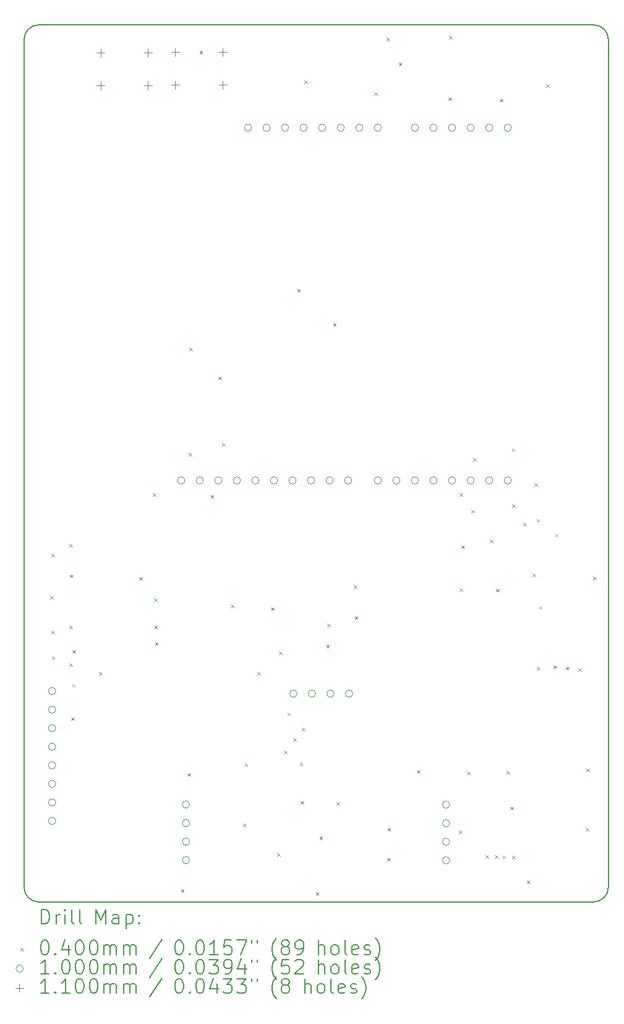
<source format=gbr>
%TF.GenerationSoftware,KiCad,Pcbnew,(7.0.0)*%
%TF.CreationDate,2023-04-22T11:09:56+02:00*%
%TF.ProjectId,PCB KiCad,50434220-4b69-4436-9164-2e6b69636164,rev?*%
%TF.SameCoordinates,Original*%
%TF.FileFunction,Drillmap*%
%TF.FilePolarity,Positive*%
%FSLAX45Y45*%
G04 Gerber Fmt 4.5, Leading zero omitted, Abs format (unit mm)*
G04 Created by KiCad (PCBNEW (7.0.0)) date 2023-04-22 11:09:56*
%MOMM*%
%LPD*%
G01*
G04 APERTURE LIST*
%ADD10C,0.200000*%
%ADD11C,0.040000*%
%ADD12C,0.100000*%
%ADD13C,0.110000*%
G04 APERTURE END LIST*
D10*
X4300000Y-3000000D02*
X4300000Y-14600000D01*
X12300000Y-14600000D02*
X12300000Y-3000000D01*
X12100000Y-14800000D02*
G75*
G03*
X12300000Y-14600000I0J200000D01*
G01*
X12300000Y-3000000D02*
G75*
G03*
X12100000Y-2800000I-200000J0D01*
G01*
X4500000Y-2800000D02*
G75*
G03*
X4300000Y-3000000I0J-200000D01*
G01*
X4500000Y-14800000D02*
X12100000Y-14800000D01*
X4300000Y-14600000D02*
G75*
G03*
X4500000Y-14800000I200000J0D01*
G01*
X12100000Y-2800000D02*
X4500000Y-2800000D01*
D11*
X4661000Y-10613000D02*
X4701000Y-10653000D01*
X4701000Y-10613000D02*
X4661000Y-10653000D01*
X4672000Y-10040000D02*
X4712000Y-10080000D01*
X4712000Y-10040000D02*
X4672000Y-10080000D01*
X4672000Y-11087000D02*
X4712000Y-11127000D01*
X4712000Y-11087000D02*
X4672000Y-11127000D01*
X4680000Y-11439000D02*
X4720000Y-11479000D01*
X4720000Y-11439000D02*
X4680000Y-11479000D01*
X4918000Y-11534000D02*
X4958000Y-11574000D01*
X4958000Y-11534000D02*
X4918000Y-11574000D01*
X4919000Y-11018000D02*
X4959000Y-11058000D01*
X4959000Y-11018000D02*
X4919000Y-11058000D01*
X4921000Y-9901000D02*
X4961000Y-9941000D01*
X4961000Y-9901000D02*
X4921000Y-9941000D01*
X4932000Y-10321000D02*
X4972000Y-10361000D01*
X4972000Y-10321000D02*
X4932000Y-10361000D01*
X4943000Y-12277000D02*
X4983000Y-12317000D01*
X4983000Y-12277000D02*
X4943000Y-12317000D01*
X4958000Y-11821000D02*
X4998000Y-11861000D01*
X4998000Y-11821000D02*
X4958000Y-11861000D01*
X4961000Y-11354000D02*
X5001000Y-11394000D01*
X5001000Y-11354000D02*
X4961000Y-11394000D01*
X5328000Y-11656000D02*
X5368000Y-11696000D01*
X5368000Y-11656000D02*
X5328000Y-11696000D01*
X5877500Y-10355000D02*
X5917500Y-10395000D01*
X5917500Y-10355000D02*
X5877500Y-10395000D01*
X6062000Y-9206000D02*
X6102000Y-9246000D01*
X6102000Y-9206000D02*
X6062000Y-9246000D01*
X6080000Y-10646000D02*
X6120000Y-10686000D01*
X6120000Y-10646000D02*
X6080000Y-10686000D01*
X6085000Y-11022500D02*
X6125000Y-11062500D01*
X6125000Y-11022500D02*
X6085000Y-11062500D01*
X6094000Y-11249000D02*
X6134000Y-11289000D01*
X6134000Y-11249000D02*
X6094000Y-11289000D01*
X6449000Y-14625000D02*
X6489000Y-14665000D01*
X6489000Y-14625000D02*
X6449000Y-14665000D01*
X6536000Y-13039000D02*
X6576000Y-13079000D01*
X6576000Y-13039000D02*
X6536000Y-13079000D01*
X6555000Y-8657000D02*
X6595000Y-8697000D01*
X6595000Y-8657000D02*
X6555000Y-8697000D01*
X6563000Y-7216000D02*
X6603000Y-7256000D01*
X6603000Y-7216000D02*
X6563000Y-7256000D01*
X6703000Y-3155000D02*
X6743000Y-3195000D01*
X6743000Y-3155000D02*
X6703000Y-3195000D01*
X6854000Y-9236000D02*
X6894000Y-9276000D01*
X6894000Y-9236000D02*
X6854000Y-9276000D01*
X6962000Y-7613000D02*
X7002000Y-7653000D01*
X7002000Y-7613000D02*
X6962000Y-7653000D01*
X7014000Y-8523000D02*
X7054000Y-8563000D01*
X7054000Y-8523000D02*
X7014000Y-8563000D01*
X7133000Y-10734000D02*
X7173000Y-10774000D01*
X7173000Y-10734000D02*
X7133000Y-10774000D01*
X7301000Y-13731000D02*
X7341000Y-13771000D01*
X7341000Y-13731000D02*
X7301000Y-13771000D01*
X7320000Y-12904000D02*
X7360000Y-12944000D01*
X7360000Y-12904000D02*
X7320000Y-12944000D01*
X7496000Y-11655000D02*
X7536000Y-11695000D01*
X7536000Y-11655000D02*
X7496000Y-11695000D01*
X7680000Y-10770000D02*
X7720000Y-10810000D01*
X7720000Y-10770000D02*
X7680000Y-10810000D01*
X7763000Y-14133000D02*
X7803000Y-14173000D01*
X7803000Y-14133000D02*
X7763000Y-14173000D01*
X7790000Y-11375000D02*
X7830000Y-11415000D01*
X7830000Y-11375000D02*
X7790000Y-11415000D01*
X7858000Y-12733000D02*
X7898000Y-12773000D01*
X7898000Y-12733000D02*
X7858000Y-12773000D01*
X7904000Y-12210000D02*
X7944000Y-12250000D01*
X7944000Y-12210000D02*
X7904000Y-12250000D01*
X7986000Y-12559000D02*
X8026000Y-12599000D01*
X8026000Y-12559000D02*
X7986000Y-12599000D01*
X8041000Y-6417000D02*
X8081000Y-6457000D01*
X8081000Y-6417000D02*
X8041000Y-6457000D01*
X8074000Y-12896000D02*
X8114000Y-12936000D01*
X8114000Y-12896000D02*
X8074000Y-12936000D01*
X8086000Y-13421000D02*
X8126000Y-13461000D01*
X8126000Y-13421000D02*
X8086000Y-13461000D01*
X8107000Y-12417000D02*
X8147000Y-12457000D01*
X8147000Y-12417000D02*
X8107000Y-12457000D01*
X8135000Y-3560000D02*
X8175000Y-3600000D01*
X8175000Y-3560000D02*
X8135000Y-3600000D01*
X8294000Y-14667000D02*
X8334000Y-14707000D01*
X8334000Y-14667000D02*
X8294000Y-14707000D01*
X8346000Y-13908000D02*
X8386000Y-13948000D01*
X8386000Y-13908000D02*
X8346000Y-13948000D01*
X8437500Y-11285000D02*
X8477500Y-11325000D01*
X8477500Y-11285000D02*
X8437500Y-11325000D01*
X8452000Y-10994000D02*
X8492000Y-11034000D01*
X8492000Y-10994000D02*
X8452000Y-11034000D01*
X8531000Y-6882000D02*
X8571000Y-6922000D01*
X8571000Y-6882000D02*
X8531000Y-6922000D01*
X8579000Y-13434000D02*
X8619000Y-13474000D01*
X8619000Y-13434000D02*
X8579000Y-13474000D01*
X8817000Y-10467000D02*
X8857000Y-10507000D01*
X8857000Y-10467000D02*
X8817000Y-10507000D01*
X8827000Y-10893000D02*
X8867000Y-10933000D01*
X8867000Y-10893000D02*
X8827000Y-10933000D01*
X9093000Y-3720000D02*
X9133000Y-3760000D01*
X9133000Y-3720000D02*
X9093000Y-3760000D01*
X9262000Y-2979000D02*
X9302000Y-3019000D01*
X9302000Y-2979000D02*
X9262000Y-3019000D01*
X9274000Y-14200000D02*
X9314000Y-14240000D01*
X9314000Y-14200000D02*
X9274000Y-14240000D01*
X9277000Y-13789000D02*
X9317000Y-13829000D01*
X9317000Y-13789000D02*
X9277000Y-13829000D01*
X9430000Y-3316000D02*
X9470000Y-3356000D01*
X9470000Y-3316000D02*
X9430000Y-3356000D01*
X9681000Y-12996000D02*
X9721000Y-13036000D01*
X9721000Y-12996000D02*
X9681000Y-13036000D01*
X10113000Y-3794000D02*
X10153000Y-3834000D01*
X10153000Y-3794000D02*
X10113000Y-3834000D01*
X10119000Y-2949000D02*
X10159000Y-2989000D01*
X10159000Y-2949000D02*
X10119000Y-2989000D01*
X10256000Y-13823000D02*
X10296000Y-13863000D01*
X10296000Y-13823000D02*
X10256000Y-13863000D01*
X10262000Y-9206000D02*
X10302000Y-9246000D01*
X10302000Y-9206000D02*
X10262000Y-9246000D01*
X10265000Y-10514000D02*
X10305000Y-10554000D01*
X10305000Y-10514000D02*
X10265000Y-10554000D01*
X10290000Y-9923000D02*
X10330000Y-9963000D01*
X10330000Y-9923000D02*
X10290000Y-9963000D01*
X10366000Y-13020000D02*
X10406000Y-13060000D01*
X10406000Y-13020000D02*
X10366000Y-13060000D01*
X10422000Y-9439000D02*
X10462000Y-9479000D01*
X10462000Y-9439000D02*
X10422000Y-9479000D01*
X10452000Y-8725000D02*
X10492000Y-8765000D01*
X10492000Y-8725000D02*
X10452000Y-8765000D01*
X10620000Y-14160000D02*
X10660000Y-14200000D01*
X10660000Y-14160000D02*
X10620000Y-14200000D01*
X10680000Y-9846000D02*
X10720000Y-9886000D01*
X10720000Y-9846000D02*
X10680000Y-9886000D01*
X10745000Y-14162500D02*
X10785000Y-14202500D01*
X10785000Y-14162500D02*
X10745000Y-14202500D01*
X10763000Y-10516000D02*
X10803000Y-10556000D01*
X10803000Y-10516000D02*
X10763000Y-10556000D01*
X10815000Y-3811000D02*
X10855000Y-3851000D01*
X10855000Y-3811000D02*
X10815000Y-3851000D01*
X10852500Y-14165000D02*
X10892500Y-14205000D01*
X10892500Y-14165000D02*
X10852500Y-14205000D01*
X10906000Y-13011000D02*
X10946000Y-13051000D01*
X10946000Y-13011000D02*
X10906000Y-13051000D01*
X10960000Y-13496000D02*
X11000000Y-13536000D01*
X11000000Y-13496000D02*
X10960000Y-13536000D01*
X10978000Y-8595000D02*
X11018000Y-8635000D01*
X11018000Y-8595000D02*
X10978000Y-8635000D01*
X10982500Y-14167500D02*
X11022500Y-14207500D01*
X11022500Y-14167500D02*
X10982500Y-14207500D01*
X10985000Y-9361000D02*
X11025000Y-9401000D01*
X11025000Y-9361000D02*
X10985000Y-9401000D01*
X11136000Y-9614000D02*
X11176000Y-9654000D01*
X11176000Y-9614000D02*
X11136000Y-9654000D01*
X11181000Y-14508000D02*
X11221000Y-14548000D01*
X11221000Y-14508000D02*
X11181000Y-14548000D01*
X11262000Y-10310000D02*
X11302000Y-10350000D01*
X11302000Y-10310000D02*
X11262000Y-10350000D01*
X11290000Y-9075000D02*
X11330000Y-9115000D01*
X11330000Y-9075000D02*
X11290000Y-9115000D01*
X11318000Y-9559000D02*
X11358000Y-9599000D01*
X11358000Y-9559000D02*
X11318000Y-9599000D01*
X11324000Y-11585000D02*
X11364000Y-11625000D01*
X11364000Y-11585000D02*
X11324000Y-11625000D01*
X11350000Y-10754000D02*
X11390000Y-10794000D01*
X11390000Y-10754000D02*
X11350000Y-10794000D01*
X11450000Y-3612000D02*
X11490000Y-3652000D01*
X11490000Y-3612000D02*
X11450000Y-3652000D01*
X11547000Y-11567000D02*
X11587000Y-11607000D01*
X11587000Y-11567000D02*
X11547000Y-11607000D01*
X11570000Y-9763000D02*
X11610000Y-9803000D01*
X11610000Y-9763000D02*
X11570000Y-9803000D01*
X11721000Y-11583000D02*
X11761000Y-11623000D01*
X11761000Y-11583000D02*
X11721000Y-11623000D01*
X11891000Y-11603000D02*
X11931000Y-11643000D01*
X11931000Y-11603000D02*
X11891000Y-11643000D01*
X11991000Y-13789000D02*
X12031000Y-13829000D01*
X12031000Y-13789000D02*
X11991000Y-13829000D01*
X11999000Y-12974000D02*
X12039000Y-13014000D01*
X12039000Y-12974000D02*
X11999000Y-13014000D01*
X12092000Y-10352000D02*
X12132000Y-10392000D01*
X12132000Y-10352000D02*
X12092000Y-10392000D01*
D12*
X4735000Y-11915000D02*
G75*
G03*
X4735000Y-11915000I-50000J0D01*
G01*
X4735000Y-12169000D02*
G75*
G03*
X4735000Y-12169000I-50000J0D01*
G01*
X4735000Y-12423000D02*
G75*
G03*
X4735000Y-12423000I-50000J0D01*
G01*
X4735000Y-12677000D02*
G75*
G03*
X4735000Y-12677000I-50000J0D01*
G01*
X4735000Y-12931000D02*
G75*
G03*
X4735000Y-12931000I-50000J0D01*
G01*
X4735000Y-13185000D02*
G75*
G03*
X4735000Y-13185000I-50000J0D01*
G01*
X4735000Y-13439000D02*
G75*
G03*
X4735000Y-13439000I-50000J0D01*
G01*
X4735000Y-13693000D02*
G75*
G03*
X4735000Y-13693000I-50000J0D01*
G01*
X6501500Y-9033000D02*
G75*
G03*
X6501500Y-9033000I-50000J0D01*
G01*
X6566776Y-13467224D02*
G75*
G03*
X6566776Y-13467224I-50000J0D01*
G01*
X6566776Y-13721224D02*
G75*
G03*
X6566776Y-13721224I-50000J0D01*
G01*
X6566776Y-13975224D02*
G75*
G03*
X6566776Y-13975224I-50000J0D01*
G01*
X6566776Y-14229224D02*
G75*
G03*
X6566776Y-14229224I-50000J0D01*
G01*
X6755500Y-9033000D02*
G75*
G03*
X6755500Y-9033000I-50000J0D01*
G01*
X7009500Y-9033000D02*
G75*
G03*
X7009500Y-9033000I-50000J0D01*
G01*
X7263500Y-9033000D02*
G75*
G03*
X7263500Y-9033000I-50000J0D01*
G01*
X7415500Y-4207000D02*
G75*
G03*
X7415500Y-4207000I-50000J0D01*
G01*
X7517500Y-9033000D02*
G75*
G03*
X7517500Y-9033000I-50000J0D01*
G01*
X7669500Y-4207000D02*
G75*
G03*
X7669500Y-4207000I-50000J0D01*
G01*
X7771500Y-9033000D02*
G75*
G03*
X7771500Y-9033000I-50000J0D01*
G01*
X7923500Y-4207000D02*
G75*
G03*
X7923500Y-4207000I-50000J0D01*
G01*
X8025500Y-9033000D02*
G75*
G03*
X8025500Y-9033000I-50000J0D01*
G01*
X8038000Y-11950000D02*
G75*
G03*
X8038000Y-11950000I-50000J0D01*
G01*
X8177500Y-4207000D02*
G75*
G03*
X8177500Y-4207000I-50000J0D01*
G01*
X8279500Y-9033000D02*
G75*
G03*
X8279500Y-9033000I-50000J0D01*
G01*
X8292000Y-11950000D02*
G75*
G03*
X8292000Y-11950000I-50000J0D01*
G01*
X8431500Y-4207000D02*
G75*
G03*
X8431500Y-4207000I-50000J0D01*
G01*
X8533500Y-9033000D02*
G75*
G03*
X8533500Y-9033000I-50000J0D01*
G01*
X8546000Y-11950000D02*
G75*
G03*
X8546000Y-11950000I-50000J0D01*
G01*
X8685500Y-4207000D02*
G75*
G03*
X8685500Y-4207000I-50000J0D01*
G01*
X8787500Y-9033000D02*
G75*
G03*
X8787500Y-9033000I-50000J0D01*
G01*
X8800000Y-11950000D02*
G75*
G03*
X8800000Y-11950000I-50000J0D01*
G01*
X8939500Y-4207000D02*
G75*
G03*
X8939500Y-4207000I-50000J0D01*
G01*
X9193500Y-4207000D02*
G75*
G03*
X9193500Y-4207000I-50000J0D01*
G01*
X9193500Y-9033000D02*
G75*
G03*
X9193500Y-9033000I-50000J0D01*
G01*
X9447500Y-9033000D02*
G75*
G03*
X9447500Y-9033000I-50000J0D01*
G01*
X9701500Y-4207000D02*
G75*
G03*
X9701500Y-4207000I-50000J0D01*
G01*
X9701500Y-9033000D02*
G75*
G03*
X9701500Y-9033000I-50000J0D01*
G01*
X9955500Y-4207000D02*
G75*
G03*
X9955500Y-4207000I-50000J0D01*
G01*
X9955500Y-9033000D02*
G75*
G03*
X9955500Y-9033000I-50000J0D01*
G01*
X10126776Y-13469224D02*
G75*
G03*
X10126776Y-13469224I-50000J0D01*
G01*
X10126776Y-13723224D02*
G75*
G03*
X10126776Y-13723224I-50000J0D01*
G01*
X10126776Y-13977224D02*
G75*
G03*
X10126776Y-13977224I-50000J0D01*
G01*
X10126776Y-14231224D02*
G75*
G03*
X10126776Y-14231224I-50000J0D01*
G01*
X10209500Y-4207000D02*
G75*
G03*
X10209500Y-4207000I-50000J0D01*
G01*
X10209500Y-9033000D02*
G75*
G03*
X10209500Y-9033000I-50000J0D01*
G01*
X10463500Y-4207000D02*
G75*
G03*
X10463500Y-4207000I-50000J0D01*
G01*
X10463500Y-9033000D02*
G75*
G03*
X10463500Y-9033000I-50000J0D01*
G01*
X10717500Y-4207000D02*
G75*
G03*
X10717500Y-4207000I-50000J0D01*
G01*
X10717500Y-9033000D02*
G75*
G03*
X10717500Y-9033000I-50000J0D01*
G01*
X10971500Y-4207000D02*
G75*
G03*
X10971500Y-4207000I-50000J0D01*
G01*
X10971500Y-9033000D02*
G75*
G03*
X10971500Y-9033000I-50000J0D01*
G01*
D13*
X5347500Y-3125000D02*
X5347500Y-3235000D01*
X5292500Y-3180000D02*
X5402500Y-3180000D01*
X5347500Y-3575000D02*
X5347500Y-3685000D01*
X5292500Y-3630000D02*
X5402500Y-3630000D01*
X5997500Y-3125000D02*
X5997500Y-3235000D01*
X5942500Y-3180000D02*
X6052500Y-3180000D01*
X5997500Y-3575000D02*
X5997500Y-3685000D01*
X5942500Y-3630000D02*
X6052500Y-3630000D01*
X6370000Y-3117500D02*
X6370000Y-3227500D01*
X6315000Y-3172500D02*
X6425000Y-3172500D01*
X6370000Y-3567500D02*
X6370000Y-3677500D01*
X6315000Y-3622500D02*
X6425000Y-3622500D01*
X7020000Y-3117500D02*
X7020000Y-3227500D01*
X6965000Y-3172500D02*
X7075000Y-3172500D01*
X7020000Y-3567500D02*
X7020000Y-3677500D01*
X6965000Y-3622500D02*
X7075000Y-3622500D01*
D10*
X4537619Y-15103476D02*
X4537619Y-14903476D01*
X4537619Y-14903476D02*
X4585238Y-14903476D01*
X4585238Y-14903476D02*
X4613810Y-14913000D01*
X4613810Y-14913000D02*
X4632857Y-14932048D01*
X4632857Y-14932048D02*
X4642381Y-14951095D01*
X4642381Y-14951095D02*
X4651905Y-14989190D01*
X4651905Y-14989190D02*
X4651905Y-15017762D01*
X4651905Y-15017762D02*
X4642381Y-15055857D01*
X4642381Y-15055857D02*
X4632857Y-15074905D01*
X4632857Y-15074905D02*
X4613810Y-15093952D01*
X4613810Y-15093952D02*
X4585238Y-15103476D01*
X4585238Y-15103476D02*
X4537619Y-15103476D01*
X4737619Y-15103476D02*
X4737619Y-14970143D01*
X4737619Y-15008238D02*
X4747143Y-14989190D01*
X4747143Y-14989190D02*
X4756667Y-14979667D01*
X4756667Y-14979667D02*
X4775714Y-14970143D01*
X4775714Y-14970143D02*
X4794762Y-14970143D01*
X4861429Y-15103476D02*
X4861429Y-14970143D01*
X4861429Y-14903476D02*
X4851905Y-14913000D01*
X4851905Y-14913000D02*
X4861429Y-14922524D01*
X4861429Y-14922524D02*
X4870952Y-14913000D01*
X4870952Y-14913000D02*
X4861429Y-14903476D01*
X4861429Y-14903476D02*
X4861429Y-14922524D01*
X4985238Y-15103476D02*
X4966191Y-15093952D01*
X4966191Y-15093952D02*
X4956667Y-15074905D01*
X4956667Y-15074905D02*
X4956667Y-14903476D01*
X5090000Y-15103476D02*
X5070952Y-15093952D01*
X5070952Y-15093952D02*
X5061429Y-15074905D01*
X5061429Y-15074905D02*
X5061429Y-14903476D01*
X5286191Y-15103476D02*
X5286191Y-14903476D01*
X5286191Y-14903476D02*
X5352857Y-15046333D01*
X5352857Y-15046333D02*
X5419524Y-14903476D01*
X5419524Y-14903476D02*
X5419524Y-15103476D01*
X5600476Y-15103476D02*
X5600476Y-14998714D01*
X5600476Y-14998714D02*
X5590952Y-14979667D01*
X5590952Y-14979667D02*
X5571905Y-14970143D01*
X5571905Y-14970143D02*
X5533810Y-14970143D01*
X5533810Y-14970143D02*
X5514762Y-14979667D01*
X5600476Y-15093952D02*
X5581429Y-15103476D01*
X5581429Y-15103476D02*
X5533810Y-15103476D01*
X5533810Y-15103476D02*
X5514762Y-15093952D01*
X5514762Y-15093952D02*
X5505238Y-15074905D01*
X5505238Y-15074905D02*
X5505238Y-15055857D01*
X5505238Y-15055857D02*
X5514762Y-15036810D01*
X5514762Y-15036810D02*
X5533810Y-15027286D01*
X5533810Y-15027286D02*
X5581429Y-15027286D01*
X5581429Y-15027286D02*
X5600476Y-15017762D01*
X5695714Y-14970143D02*
X5695714Y-15170143D01*
X5695714Y-14979667D02*
X5714762Y-14970143D01*
X5714762Y-14970143D02*
X5752857Y-14970143D01*
X5752857Y-14970143D02*
X5771905Y-14979667D01*
X5771905Y-14979667D02*
X5781429Y-14989190D01*
X5781429Y-14989190D02*
X5790952Y-15008238D01*
X5790952Y-15008238D02*
X5790952Y-15065381D01*
X5790952Y-15065381D02*
X5781429Y-15084429D01*
X5781429Y-15084429D02*
X5771905Y-15093952D01*
X5771905Y-15093952D02*
X5752857Y-15103476D01*
X5752857Y-15103476D02*
X5714762Y-15103476D01*
X5714762Y-15103476D02*
X5695714Y-15093952D01*
X5876667Y-15084429D02*
X5886190Y-15093952D01*
X5886190Y-15093952D02*
X5876667Y-15103476D01*
X5876667Y-15103476D02*
X5867143Y-15093952D01*
X5867143Y-15093952D02*
X5876667Y-15084429D01*
X5876667Y-15084429D02*
X5876667Y-15103476D01*
X5876667Y-14979667D02*
X5886190Y-14989190D01*
X5886190Y-14989190D02*
X5876667Y-14998714D01*
X5876667Y-14998714D02*
X5867143Y-14989190D01*
X5867143Y-14989190D02*
X5876667Y-14979667D01*
X5876667Y-14979667D02*
X5876667Y-14998714D01*
D11*
X4250000Y-15430000D02*
X4290000Y-15470000D01*
X4290000Y-15430000D02*
X4250000Y-15470000D01*
D10*
X4575714Y-15323476D02*
X4594762Y-15323476D01*
X4594762Y-15323476D02*
X4613810Y-15333000D01*
X4613810Y-15333000D02*
X4623333Y-15342524D01*
X4623333Y-15342524D02*
X4632857Y-15361571D01*
X4632857Y-15361571D02*
X4642381Y-15399667D01*
X4642381Y-15399667D02*
X4642381Y-15447286D01*
X4642381Y-15447286D02*
X4632857Y-15485381D01*
X4632857Y-15485381D02*
X4623333Y-15504429D01*
X4623333Y-15504429D02*
X4613810Y-15513952D01*
X4613810Y-15513952D02*
X4594762Y-15523476D01*
X4594762Y-15523476D02*
X4575714Y-15523476D01*
X4575714Y-15523476D02*
X4556667Y-15513952D01*
X4556667Y-15513952D02*
X4547143Y-15504429D01*
X4547143Y-15504429D02*
X4537619Y-15485381D01*
X4537619Y-15485381D02*
X4528095Y-15447286D01*
X4528095Y-15447286D02*
X4528095Y-15399667D01*
X4528095Y-15399667D02*
X4537619Y-15361571D01*
X4537619Y-15361571D02*
X4547143Y-15342524D01*
X4547143Y-15342524D02*
X4556667Y-15333000D01*
X4556667Y-15333000D02*
X4575714Y-15323476D01*
X4728095Y-15504429D02*
X4737619Y-15513952D01*
X4737619Y-15513952D02*
X4728095Y-15523476D01*
X4728095Y-15523476D02*
X4718572Y-15513952D01*
X4718572Y-15513952D02*
X4728095Y-15504429D01*
X4728095Y-15504429D02*
X4728095Y-15523476D01*
X4909048Y-15390143D02*
X4909048Y-15523476D01*
X4861429Y-15313952D02*
X4813810Y-15456810D01*
X4813810Y-15456810D02*
X4937619Y-15456810D01*
X5051905Y-15323476D02*
X5070953Y-15323476D01*
X5070953Y-15323476D02*
X5090000Y-15333000D01*
X5090000Y-15333000D02*
X5099524Y-15342524D01*
X5099524Y-15342524D02*
X5109048Y-15361571D01*
X5109048Y-15361571D02*
X5118572Y-15399667D01*
X5118572Y-15399667D02*
X5118572Y-15447286D01*
X5118572Y-15447286D02*
X5109048Y-15485381D01*
X5109048Y-15485381D02*
X5099524Y-15504429D01*
X5099524Y-15504429D02*
X5090000Y-15513952D01*
X5090000Y-15513952D02*
X5070953Y-15523476D01*
X5070953Y-15523476D02*
X5051905Y-15523476D01*
X5051905Y-15523476D02*
X5032857Y-15513952D01*
X5032857Y-15513952D02*
X5023333Y-15504429D01*
X5023333Y-15504429D02*
X5013810Y-15485381D01*
X5013810Y-15485381D02*
X5004286Y-15447286D01*
X5004286Y-15447286D02*
X5004286Y-15399667D01*
X5004286Y-15399667D02*
X5013810Y-15361571D01*
X5013810Y-15361571D02*
X5023333Y-15342524D01*
X5023333Y-15342524D02*
X5032857Y-15333000D01*
X5032857Y-15333000D02*
X5051905Y-15323476D01*
X5242381Y-15323476D02*
X5261429Y-15323476D01*
X5261429Y-15323476D02*
X5280476Y-15333000D01*
X5280476Y-15333000D02*
X5290000Y-15342524D01*
X5290000Y-15342524D02*
X5299524Y-15361571D01*
X5299524Y-15361571D02*
X5309048Y-15399667D01*
X5309048Y-15399667D02*
X5309048Y-15447286D01*
X5309048Y-15447286D02*
X5299524Y-15485381D01*
X5299524Y-15485381D02*
X5290000Y-15504429D01*
X5290000Y-15504429D02*
X5280476Y-15513952D01*
X5280476Y-15513952D02*
X5261429Y-15523476D01*
X5261429Y-15523476D02*
X5242381Y-15523476D01*
X5242381Y-15523476D02*
X5223333Y-15513952D01*
X5223333Y-15513952D02*
X5213810Y-15504429D01*
X5213810Y-15504429D02*
X5204286Y-15485381D01*
X5204286Y-15485381D02*
X5194762Y-15447286D01*
X5194762Y-15447286D02*
X5194762Y-15399667D01*
X5194762Y-15399667D02*
X5204286Y-15361571D01*
X5204286Y-15361571D02*
X5213810Y-15342524D01*
X5213810Y-15342524D02*
X5223333Y-15333000D01*
X5223333Y-15333000D02*
X5242381Y-15323476D01*
X5394762Y-15523476D02*
X5394762Y-15390143D01*
X5394762Y-15409190D02*
X5404286Y-15399667D01*
X5404286Y-15399667D02*
X5423333Y-15390143D01*
X5423333Y-15390143D02*
X5451905Y-15390143D01*
X5451905Y-15390143D02*
X5470953Y-15399667D01*
X5470953Y-15399667D02*
X5480476Y-15418714D01*
X5480476Y-15418714D02*
X5480476Y-15523476D01*
X5480476Y-15418714D02*
X5490000Y-15399667D01*
X5490000Y-15399667D02*
X5509048Y-15390143D01*
X5509048Y-15390143D02*
X5537619Y-15390143D01*
X5537619Y-15390143D02*
X5556667Y-15399667D01*
X5556667Y-15399667D02*
X5566191Y-15418714D01*
X5566191Y-15418714D02*
X5566191Y-15523476D01*
X5661429Y-15523476D02*
X5661429Y-15390143D01*
X5661429Y-15409190D02*
X5670952Y-15399667D01*
X5670952Y-15399667D02*
X5690000Y-15390143D01*
X5690000Y-15390143D02*
X5718572Y-15390143D01*
X5718572Y-15390143D02*
X5737619Y-15399667D01*
X5737619Y-15399667D02*
X5747143Y-15418714D01*
X5747143Y-15418714D02*
X5747143Y-15523476D01*
X5747143Y-15418714D02*
X5756667Y-15399667D01*
X5756667Y-15399667D02*
X5775714Y-15390143D01*
X5775714Y-15390143D02*
X5804286Y-15390143D01*
X5804286Y-15390143D02*
X5823333Y-15399667D01*
X5823333Y-15399667D02*
X5832857Y-15418714D01*
X5832857Y-15418714D02*
X5832857Y-15523476D01*
X6190952Y-15313952D02*
X6019524Y-15571095D01*
X6415714Y-15323476D02*
X6434762Y-15323476D01*
X6434762Y-15323476D02*
X6453810Y-15333000D01*
X6453810Y-15333000D02*
X6463333Y-15342524D01*
X6463333Y-15342524D02*
X6472857Y-15361571D01*
X6472857Y-15361571D02*
X6482381Y-15399667D01*
X6482381Y-15399667D02*
X6482381Y-15447286D01*
X6482381Y-15447286D02*
X6472857Y-15485381D01*
X6472857Y-15485381D02*
X6463333Y-15504429D01*
X6463333Y-15504429D02*
X6453810Y-15513952D01*
X6453810Y-15513952D02*
X6434762Y-15523476D01*
X6434762Y-15523476D02*
X6415714Y-15523476D01*
X6415714Y-15523476D02*
X6396667Y-15513952D01*
X6396667Y-15513952D02*
X6387143Y-15504429D01*
X6387143Y-15504429D02*
X6377619Y-15485381D01*
X6377619Y-15485381D02*
X6368095Y-15447286D01*
X6368095Y-15447286D02*
X6368095Y-15399667D01*
X6368095Y-15399667D02*
X6377619Y-15361571D01*
X6377619Y-15361571D02*
X6387143Y-15342524D01*
X6387143Y-15342524D02*
X6396667Y-15333000D01*
X6396667Y-15333000D02*
X6415714Y-15323476D01*
X6568095Y-15504429D02*
X6577619Y-15513952D01*
X6577619Y-15513952D02*
X6568095Y-15523476D01*
X6568095Y-15523476D02*
X6558572Y-15513952D01*
X6558572Y-15513952D02*
X6568095Y-15504429D01*
X6568095Y-15504429D02*
X6568095Y-15523476D01*
X6701429Y-15323476D02*
X6720476Y-15323476D01*
X6720476Y-15323476D02*
X6739524Y-15333000D01*
X6739524Y-15333000D02*
X6749048Y-15342524D01*
X6749048Y-15342524D02*
X6758572Y-15361571D01*
X6758572Y-15361571D02*
X6768095Y-15399667D01*
X6768095Y-15399667D02*
X6768095Y-15447286D01*
X6768095Y-15447286D02*
X6758572Y-15485381D01*
X6758572Y-15485381D02*
X6749048Y-15504429D01*
X6749048Y-15504429D02*
X6739524Y-15513952D01*
X6739524Y-15513952D02*
X6720476Y-15523476D01*
X6720476Y-15523476D02*
X6701429Y-15523476D01*
X6701429Y-15523476D02*
X6682381Y-15513952D01*
X6682381Y-15513952D02*
X6672857Y-15504429D01*
X6672857Y-15504429D02*
X6663333Y-15485381D01*
X6663333Y-15485381D02*
X6653810Y-15447286D01*
X6653810Y-15447286D02*
X6653810Y-15399667D01*
X6653810Y-15399667D02*
X6663333Y-15361571D01*
X6663333Y-15361571D02*
X6672857Y-15342524D01*
X6672857Y-15342524D02*
X6682381Y-15333000D01*
X6682381Y-15333000D02*
X6701429Y-15323476D01*
X6958572Y-15523476D02*
X6844286Y-15523476D01*
X6901429Y-15523476D02*
X6901429Y-15323476D01*
X6901429Y-15323476D02*
X6882381Y-15352048D01*
X6882381Y-15352048D02*
X6863333Y-15371095D01*
X6863333Y-15371095D02*
X6844286Y-15380619D01*
X7139524Y-15323476D02*
X7044286Y-15323476D01*
X7044286Y-15323476D02*
X7034762Y-15418714D01*
X7034762Y-15418714D02*
X7044286Y-15409190D01*
X7044286Y-15409190D02*
X7063333Y-15399667D01*
X7063333Y-15399667D02*
X7110953Y-15399667D01*
X7110953Y-15399667D02*
X7130000Y-15409190D01*
X7130000Y-15409190D02*
X7139524Y-15418714D01*
X7139524Y-15418714D02*
X7149048Y-15437762D01*
X7149048Y-15437762D02*
X7149048Y-15485381D01*
X7149048Y-15485381D02*
X7139524Y-15504429D01*
X7139524Y-15504429D02*
X7130000Y-15513952D01*
X7130000Y-15513952D02*
X7110953Y-15523476D01*
X7110953Y-15523476D02*
X7063333Y-15523476D01*
X7063333Y-15523476D02*
X7044286Y-15513952D01*
X7044286Y-15513952D02*
X7034762Y-15504429D01*
X7215714Y-15323476D02*
X7349048Y-15323476D01*
X7349048Y-15323476D02*
X7263333Y-15523476D01*
X7415714Y-15323476D02*
X7415714Y-15361571D01*
X7491905Y-15323476D02*
X7491905Y-15361571D01*
X7754762Y-15599667D02*
X7745238Y-15590143D01*
X7745238Y-15590143D02*
X7726191Y-15561571D01*
X7726191Y-15561571D02*
X7716667Y-15542524D01*
X7716667Y-15542524D02*
X7707143Y-15513952D01*
X7707143Y-15513952D02*
X7697619Y-15466333D01*
X7697619Y-15466333D02*
X7697619Y-15428238D01*
X7697619Y-15428238D02*
X7707143Y-15380619D01*
X7707143Y-15380619D02*
X7716667Y-15352048D01*
X7716667Y-15352048D02*
X7726191Y-15333000D01*
X7726191Y-15333000D02*
X7745238Y-15304429D01*
X7745238Y-15304429D02*
X7754762Y-15294905D01*
X7859524Y-15409190D02*
X7840476Y-15399667D01*
X7840476Y-15399667D02*
X7830953Y-15390143D01*
X7830953Y-15390143D02*
X7821429Y-15371095D01*
X7821429Y-15371095D02*
X7821429Y-15361571D01*
X7821429Y-15361571D02*
X7830953Y-15342524D01*
X7830953Y-15342524D02*
X7840476Y-15333000D01*
X7840476Y-15333000D02*
X7859524Y-15323476D01*
X7859524Y-15323476D02*
X7897619Y-15323476D01*
X7897619Y-15323476D02*
X7916667Y-15333000D01*
X7916667Y-15333000D02*
X7926191Y-15342524D01*
X7926191Y-15342524D02*
X7935714Y-15361571D01*
X7935714Y-15361571D02*
X7935714Y-15371095D01*
X7935714Y-15371095D02*
X7926191Y-15390143D01*
X7926191Y-15390143D02*
X7916667Y-15399667D01*
X7916667Y-15399667D02*
X7897619Y-15409190D01*
X7897619Y-15409190D02*
X7859524Y-15409190D01*
X7859524Y-15409190D02*
X7840476Y-15418714D01*
X7840476Y-15418714D02*
X7830953Y-15428238D01*
X7830953Y-15428238D02*
X7821429Y-15447286D01*
X7821429Y-15447286D02*
X7821429Y-15485381D01*
X7821429Y-15485381D02*
X7830953Y-15504429D01*
X7830953Y-15504429D02*
X7840476Y-15513952D01*
X7840476Y-15513952D02*
X7859524Y-15523476D01*
X7859524Y-15523476D02*
X7897619Y-15523476D01*
X7897619Y-15523476D02*
X7916667Y-15513952D01*
X7916667Y-15513952D02*
X7926191Y-15504429D01*
X7926191Y-15504429D02*
X7935714Y-15485381D01*
X7935714Y-15485381D02*
X7935714Y-15447286D01*
X7935714Y-15447286D02*
X7926191Y-15428238D01*
X7926191Y-15428238D02*
X7916667Y-15418714D01*
X7916667Y-15418714D02*
X7897619Y-15409190D01*
X8030953Y-15523476D02*
X8069048Y-15523476D01*
X8069048Y-15523476D02*
X8088095Y-15513952D01*
X8088095Y-15513952D02*
X8097619Y-15504429D01*
X8097619Y-15504429D02*
X8116667Y-15475857D01*
X8116667Y-15475857D02*
X8126191Y-15437762D01*
X8126191Y-15437762D02*
X8126191Y-15361571D01*
X8126191Y-15361571D02*
X8116667Y-15342524D01*
X8116667Y-15342524D02*
X8107143Y-15333000D01*
X8107143Y-15333000D02*
X8088095Y-15323476D01*
X8088095Y-15323476D02*
X8050000Y-15323476D01*
X8050000Y-15323476D02*
X8030953Y-15333000D01*
X8030953Y-15333000D02*
X8021429Y-15342524D01*
X8021429Y-15342524D02*
X8011905Y-15361571D01*
X8011905Y-15361571D02*
X8011905Y-15409190D01*
X8011905Y-15409190D02*
X8021429Y-15428238D01*
X8021429Y-15428238D02*
X8030953Y-15437762D01*
X8030953Y-15437762D02*
X8050000Y-15447286D01*
X8050000Y-15447286D02*
X8088095Y-15447286D01*
X8088095Y-15447286D02*
X8107143Y-15437762D01*
X8107143Y-15437762D02*
X8116667Y-15428238D01*
X8116667Y-15428238D02*
X8126191Y-15409190D01*
X8331905Y-15523476D02*
X8331905Y-15323476D01*
X8417619Y-15523476D02*
X8417619Y-15418714D01*
X8417619Y-15418714D02*
X8408096Y-15399667D01*
X8408096Y-15399667D02*
X8389048Y-15390143D01*
X8389048Y-15390143D02*
X8360476Y-15390143D01*
X8360476Y-15390143D02*
X8341429Y-15399667D01*
X8341429Y-15399667D02*
X8331905Y-15409190D01*
X8541429Y-15523476D02*
X8522381Y-15513952D01*
X8522381Y-15513952D02*
X8512857Y-15504429D01*
X8512857Y-15504429D02*
X8503334Y-15485381D01*
X8503334Y-15485381D02*
X8503334Y-15428238D01*
X8503334Y-15428238D02*
X8512857Y-15409190D01*
X8512857Y-15409190D02*
X8522381Y-15399667D01*
X8522381Y-15399667D02*
X8541429Y-15390143D01*
X8541429Y-15390143D02*
X8570000Y-15390143D01*
X8570000Y-15390143D02*
X8589048Y-15399667D01*
X8589048Y-15399667D02*
X8598572Y-15409190D01*
X8598572Y-15409190D02*
X8608096Y-15428238D01*
X8608096Y-15428238D02*
X8608096Y-15485381D01*
X8608096Y-15485381D02*
X8598572Y-15504429D01*
X8598572Y-15504429D02*
X8589048Y-15513952D01*
X8589048Y-15513952D02*
X8570000Y-15523476D01*
X8570000Y-15523476D02*
X8541429Y-15523476D01*
X8722381Y-15523476D02*
X8703334Y-15513952D01*
X8703334Y-15513952D02*
X8693810Y-15494905D01*
X8693810Y-15494905D02*
X8693810Y-15323476D01*
X8874762Y-15513952D02*
X8855715Y-15523476D01*
X8855715Y-15523476D02*
X8817619Y-15523476D01*
X8817619Y-15523476D02*
X8798572Y-15513952D01*
X8798572Y-15513952D02*
X8789048Y-15494905D01*
X8789048Y-15494905D02*
X8789048Y-15418714D01*
X8789048Y-15418714D02*
X8798572Y-15399667D01*
X8798572Y-15399667D02*
X8817619Y-15390143D01*
X8817619Y-15390143D02*
X8855715Y-15390143D01*
X8855715Y-15390143D02*
X8874762Y-15399667D01*
X8874762Y-15399667D02*
X8884286Y-15418714D01*
X8884286Y-15418714D02*
X8884286Y-15437762D01*
X8884286Y-15437762D02*
X8789048Y-15456810D01*
X8960477Y-15513952D02*
X8979524Y-15523476D01*
X8979524Y-15523476D02*
X9017619Y-15523476D01*
X9017619Y-15523476D02*
X9036667Y-15513952D01*
X9036667Y-15513952D02*
X9046191Y-15494905D01*
X9046191Y-15494905D02*
X9046191Y-15485381D01*
X9046191Y-15485381D02*
X9036667Y-15466333D01*
X9036667Y-15466333D02*
X9017619Y-15456810D01*
X9017619Y-15456810D02*
X8989048Y-15456810D01*
X8989048Y-15456810D02*
X8970000Y-15447286D01*
X8970000Y-15447286D02*
X8960477Y-15428238D01*
X8960477Y-15428238D02*
X8960477Y-15418714D01*
X8960477Y-15418714D02*
X8970000Y-15399667D01*
X8970000Y-15399667D02*
X8989048Y-15390143D01*
X8989048Y-15390143D02*
X9017619Y-15390143D01*
X9017619Y-15390143D02*
X9036667Y-15399667D01*
X9112858Y-15599667D02*
X9122381Y-15590143D01*
X9122381Y-15590143D02*
X9141429Y-15561571D01*
X9141429Y-15561571D02*
X9150953Y-15542524D01*
X9150953Y-15542524D02*
X9160477Y-15513952D01*
X9160477Y-15513952D02*
X9170000Y-15466333D01*
X9170000Y-15466333D02*
X9170000Y-15428238D01*
X9170000Y-15428238D02*
X9160477Y-15380619D01*
X9160477Y-15380619D02*
X9150953Y-15352048D01*
X9150953Y-15352048D02*
X9141429Y-15333000D01*
X9141429Y-15333000D02*
X9122381Y-15304429D01*
X9122381Y-15304429D02*
X9112858Y-15294905D01*
D12*
X4290000Y-15714000D02*
G75*
G03*
X4290000Y-15714000I-50000J0D01*
G01*
D10*
X4642381Y-15787476D02*
X4528095Y-15787476D01*
X4585238Y-15787476D02*
X4585238Y-15587476D01*
X4585238Y-15587476D02*
X4566191Y-15616048D01*
X4566191Y-15616048D02*
X4547143Y-15635095D01*
X4547143Y-15635095D02*
X4528095Y-15644619D01*
X4728095Y-15768429D02*
X4737619Y-15777952D01*
X4737619Y-15777952D02*
X4728095Y-15787476D01*
X4728095Y-15787476D02*
X4718572Y-15777952D01*
X4718572Y-15777952D02*
X4728095Y-15768429D01*
X4728095Y-15768429D02*
X4728095Y-15787476D01*
X4861429Y-15587476D02*
X4880476Y-15587476D01*
X4880476Y-15587476D02*
X4899524Y-15597000D01*
X4899524Y-15597000D02*
X4909048Y-15606524D01*
X4909048Y-15606524D02*
X4918572Y-15625571D01*
X4918572Y-15625571D02*
X4928095Y-15663667D01*
X4928095Y-15663667D02*
X4928095Y-15711286D01*
X4928095Y-15711286D02*
X4918572Y-15749381D01*
X4918572Y-15749381D02*
X4909048Y-15768429D01*
X4909048Y-15768429D02*
X4899524Y-15777952D01*
X4899524Y-15777952D02*
X4880476Y-15787476D01*
X4880476Y-15787476D02*
X4861429Y-15787476D01*
X4861429Y-15787476D02*
X4842381Y-15777952D01*
X4842381Y-15777952D02*
X4832857Y-15768429D01*
X4832857Y-15768429D02*
X4823333Y-15749381D01*
X4823333Y-15749381D02*
X4813810Y-15711286D01*
X4813810Y-15711286D02*
X4813810Y-15663667D01*
X4813810Y-15663667D02*
X4823333Y-15625571D01*
X4823333Y-15625571D02*
X4832857Y-15606524D01*
X4832857Y-15606524D02*
X4842381Y-15597000D01*
X4842381Y-15597000D02*
X4861429Y-15587476D01*
X5051905Y-15587476D02*
X5070953Y-15587476D01*
X5070953Y-15587476D02*
X5090000Y-15597000D01*
X5090000Y-15597000D02*
X5099524Y-15606524D01*
X5099524Y-15606524D02*
X5109048Y-15625571D01*
X5109048Y-15625571D02*
X5118572Y-15663667D01*
X5118572Y-15663667D02*
X5118572Y-15711286D01*
X5118572Y-15711286D02*
X5109048Y-15749381D01*
X5109048Y-15749381D02*
X5099524Y-15768429D01*
X5099524Y-15768429D02*
X5090000Y-15777952D01*
X5090000Y-15777952D02*
X5070953Y-15787476D01*
X5070953Y-15787476D02*
X5051905Y-15787476D01*
X5051905Y-15787476D02*
X5032857Y-15777952D01*
X5032857Y-15777952D02*
X5023333Y-15768429D01*
X5023333Y-15768429D02*
X5013810Y-15749381D01*
X5013810Y-15749381D02*
X5004286Y-15711286D01*
X5004286Y-15711286D02*
X5004286Y-15663667D01*
X5004286Y-15663667D02*
X5013810Y-15625571D01*
X5013810Y-15625571D02*
X5023333Y-15606524D01*
X5023333Y-15606524D02*
X5032857Y-15597000D01*
X5032857Y-15597000D02*
X5051905Y-15587476D01*
X5242381Y-15587476D02*
X5261429Y-15587476D01*
X5261429Y-15587476D02*
X5280476Y-15597000D01*
X5280476Y-15597000D02*
X5290000Y-15606524D01*
X5290000Y-15606524D02*
X5299524Y-15625571D01*
X5299524Y-15625571D02*
X5309048Y-15663667D01*
X5309048Y-15663667D02*
X5309048Y-15711286D01*
X5309048Y-15711286D02*
X5299524Y-15749381D01*
X5299524Y-15749381D02*
X5290000Y-15768429D01*
X5290000Y-15768429D02*
X5280476Y-15777952D01*
X5280476Y-15777952D02*
X5261429Y-15787476D01*
X5261429Y-15787476D02*
X5242381Y-15787476D01*
X5242381Y-15787476D02*
X5223333Y-15777952D01*
X5223333Y-15777952D02*
X5213810Y-15768429D01*
X5213810Y-15768429D02*
X5204286Y-15749381D01*
X5204286Y-15749381D02*
X5194762Y-15711286D01*
X5194762Y-15711286D02*
X5194762Y-15663667D01*
X5194762Y-15663667D02*
X5204286Y-15625571D01*
X5204286Y-15625571D02*
X5213810Y-15606524D01*
X5213810Y-15606524D02*
X5223333Y-15597000D01*
X5223333Y-15597000D02*
X5242381Y-15587476D01*
X5394762Y-15787476D02*
X5394762Y-15654143D01*
X5394762Y-15673190D02*
X5404286Y-15663667D01*
X5404286Y-15663667D02*
X5423333Y-15654143D01*
X5423333Y-15654143D02*
X5451905Y-15654143D01*
X5451905Y-15654143D02*
X5470953Y-15663667D01*
X5470953Y-15663667D02*
X5480476Y-15682714D01*
X5480476Y-15682714D02*
X5480476Y-15787476D01*
X5480476Y-15682714D02*
X5490000Y-15663667D01*
X5490000Y-15663667D02*
X5509048Y-15654143D01*
X5509048Y-15654143D02*
X5537619Y-15654143D01*
X5537619Y-15654143D02*
X5556667Y-15663667D01*
X5556667Y-15663667D02*
X5566191Y-15682714D01*
X5566191Y-15682714D02*
X5566191Y-15787476D01*
X5661429Y-15787476D02*
X5661429Y-15654143D01*
X5661429Y-15673190D02*
X5670952Y-15663667D01*
X5670952Y-15663667D02*
X5690000Y-15654143D01*
X5690000Y-15654143D02*
X5718572Y-15654143D01*
X5718572Y-15654143D02*
X5737619Y-15663667D01*
X5737619Y-15663667D02*
X5747143Y-15682714D01*
X5747143Y-15682714D02*
X5747143Y-15787476D01*
X5747143Y-15682714D02*
X5756667Y-15663667D01*
X5756667Y-15663667D02*
X5775714Y-15654143D01*
X5775714Y-15654143D02*
X5804286Y-15654143D01*
X5804286Y-15654143D02*
X5823333Y-15663667D01*
X5823333Y-15663667D02*
X5832857Y-15682714D01*
X5832857Y-15682714D02*
X5832857Y-15787476D01*
X6190952Y-15577952D02*
X6019524Y-15835095D01*
X6415714Y-15587476D02*
X6434762Y-15587476D01*
X6434762Y-15587476D02*
X6453810Y-15597000D01*
X6453810Y-15597000D02*
X6463333Y-15606524D01*
X6463333Y-15606524D02*
X6472857Y-15625571D01*
X6472857Y-15625571D02*
X6482381Y-15663667D01*
X6482381Y-15663667D02*
X6482381Y-15711286D01*
X6482381Y-15711286D02*
X6472857Y-15749381D01*
X6472857Y-15749381D02*
X6463333Y-15768429D01*
X6463333Y-15768429D02*
X6453810Y-15777952D01*
X6453810Y-15777952D02*
X6434762Y-15787476D01*
X6434762Y-15787476D02*
X6415714Y-15787476D01*
X6415714Y-15787476D02*
X6396667Y-15777952D01*
X6396667Y-15777952D02*
X6387143Y-15768429D01*
X6387143Y-15768429D02*
X6377619Y-15749381D01*
X6377619Y-15749381D02*
X6368095Y-15711286D01*
X6368095Y-15711286D02*
X6368095Y-15663667D01*
X6368095Y-15663667D02*
X6377619Y-15625571D01*
X6377619Y-15625571D02*
X6387143Y-15606524D01*
X6387143Y-15606524D02*
X6396667Y-15597000D01*
X6396667Y-15597000D02*
X6415714Y-15587476D01*
X6568095Y-15768429D02*
X6577619Y-15777952D01*
X6577619Y-15777952D02*
X6568095Y-15787476D01*
X6568095Y-15787476D02*
X6558572Y-15777952D01*
X6558572Y-15777952D02*
X6568095Y-15768429D01*
X6568095Y-15768429D02*
X6568095Y-15787476D01*
X6701429Y-15587476D02*
X6720476Y-15587476D01*
X6720476Y-15587476D02*
X6739524Y-15597000D01*
X6739524Y-15597000D02*
X6749048Y-15606524D01*
X6749048Y-15606524D02*
X6758572Y-15625571D01*
X6758572Y-15625571D02*
X6768095Y-15663667D01*
X6768095Y-15663667D02*
X6768095Y-15711286D01*
X6768095Y-15711286D02*
X6758572Y-15749381D01*
X6758572Y-15749381D02*
X6749048Y-15768429D01*
X6749048Y-15768429D02*
X6739524Y-15777952D01*
X6739524Y-15777952D02*
X6720476Y-15787476D01*
X6720476Y-15787476D02*
X6701429Y-15787476D01*
X6701429Y-15787476D02*
X6682381Y-15777952D01*
X6682381Y-15777952D02*
X6672857Y-15768429D01*
X6672857Y-15768429D02*
X6663333Y-15749381D01*
X6663333Y-15749381D02*
X6653810Y-15711286D01*
X6653810Y-15711286D02*
X6653810Y-15663667D01*
X6653810Y-15663667D02*
X6663333Y-15625571D01*
X6663333Y-15625571D02*
X6672857Y-15606524D01*
X6672857Y-15606524D02*
X6682381Y-15597000D01*
X6682381Y-15597000D02*
X6701429Y-15587476D01*
X6834762Y-15587476D02*
X6958572Y-15587476D01*
X6958572Y-15587476D02*
X6891905Y-15663667D01*
X6891905Y-15663667D02*
X6920476Y-15663667D01*
X6920476Y-15663667D02*
X6939524Y-15673190D01*
X6939524Y-15673190D02*
X6949048Y-15682714D01*
X6949048Y-15682714D02*
X6958572Y-15701762D01*
X6958572Y-15701762D02*
X6958572Y-15749381D01*
X6958572Y-15749381D02*
X6949048Y-15768429D01*
X6949048Y-15768429D02*
X6939524Y-15777952D01*
X6939524Y-15777952D02*
X6920476Y-15787476D01*
X6920476Y-15787476D02*
X6863333Y-15787476D01*
X6863333Y-15787476D02*
X6844286Y-15777952D01*
X6844286Y-15777952D02*
X6834762Y-15768429D01*
X7053810Y-15787476D02*
X7091905Y-15787476D01*
X7091905Y-15787476D02*
X7110953Y-15777952D01*
X7110953Y-15777952D02*
X7120476Y-15768429D01*
X7120476Y-15768429D02*
X7139524Y-15739857D01*
X7139524Y-15739857D02*
X7149048Y-15701762D01*
X7149048Y-15701762D02*
X7149048Y-15625571D01*
X7149048Y-15625571D02*
X7139524Y-15606524D01*
X7139524Y-15606524D02*
X7130000Y-15597000D01*
X7130000Y-15597000D02*
X7110953Y-15587476D01*
X7110953Y-15587476D02*
X7072857Y-15587476D01*
X7072857Y-15587476D02*
X7053810Y-15597000D01*
X7053810Y-15597000D02*
X7044286Y-15606524D01*
X7044286Y-15606524D02*
X7034762Y-15625571D01*
X7034762Y-15625571D02*
X7034762Y-15673190D01*
X7034762Y-15673190D02*
X7044286Y-15692238D01*
X7044286Y-15692238D02*
X7053810Y-15701762D01*
X7053810Y-15701762D02*
X7072857Y-15711286D01*
X7072857Y-15711286D02*
X7110953Y-15711286D01*
X7110953Y-15711286D02*
X7130000Y-15701762D01*
X7130000Y-15701762D02*
X7139524Y-15692238D01*
X7139524Y-15692238D02*
X7149048Y-15673190D01*
X7320476Y-15654143D02*
X7320476Y-15787476D01*
X7272857Y-15577952D02*
X7225238Y-15720810D01*
X7225238Y-15720810D02*
X7349048Y-15720810D01*
X7415714Y-15587476D02*
X7415714Y-15625571D01*
X7491905Y-15587476D02*
X7491905Y-15625571D01*
X7754762Y-15863667D02*
X7745238Y-15854143D01*
X7745238Y-15854143D02*
X7726191Y-15825571D01*
X7726191Y-15825571D02*
X7716667Y-15806524D01*
X7716667Y-15806524D02*
X7707143Y-15777952D01*
X7707143Y-15777952D02*
X7697619Y-15730333D01*
X7697619Y-15730333D02*
X7697619Y-15692238D01*
X7697619Y-15692238D02*
X7707143Y-15644619D01*
X7707143Y-15644619D02*
X7716667Y-15616048D01*
X7716667Y-15616048D02*
X7726191Y-15597000D01*
X7726191Y-15597000D02*
X7745238Y-15568429D01*
X7745238Y-15568429D02*
X7754762Y-15558905D01*
X7926191Y-15587476D02*
X7830953Y-15587476D01*
X7830953Y-15587476D02*
X7821429Y-15682714D01*
X7821429Y-15682714D02*
X7830953Y-15673190D01*
X7830953Y-15673190D02*
X7850000Y-15663667D01*
X7850000Y-15663667D02*
X7897619Y-15663667D01*
X7897619Y-15663667D02*
X7916667Y-15673190D01*
X7916667Y-15673190D02*
X7926191Y-15682714D01*
X7926191Y-15682714D02*
X7935714Y-15701762D01*
X7935714Y-15701762D02*
X7935714Y-15749381D01*
X7935714Y-15749381D02*
X7926191Y-15768429D01*
X7926191Y-15768429D02*
X7916667Y-15777952D01*
X7916667Y-15777952D02*
X7897619Y-15787476D01*
X7897619Y-15787476D02*
X7850000Y-15787476D01*
X7850000Y-15787476D02*
X7830953Y-15777952D01*
X7830953Y-15777952D02*
X7821429Y-15768429D01*
X8011905Y-15606524D02*
X8021429Y-15597000D01*
X8021429Y-15597000D02*
X8040476Y-15587476D01*
X8040476Y-15587476D02*
X8088095Y-15587476D01*
X8088095Y-15587476D02*
X8107143Y-15597000D01*
X8107143Y-15597000D02*
X8116667Y-15606524D01*
X8116667Y-15606524D02*
X8126191Y-15625571D01*
X8126191Y-15625571D02*
X8126191Y-15644619D01*
X8126191Y-15644619D02*
X8116667Y-15673190D01*
X8116667Y-15673190D02*
X8002381Y-15787476D01*
X8002381Y-15787476D02*
X8126191Y-15787476D01*
X8331905Y-15787476D02*
X8331905Y-15587476D01*
X8417619Y-15787476D02*
X8417619Y-15682714D01*
X8417619Y-15682714D02*
X8408096Y-15663667D01*
X8408096Y-15663667D02*
X8389048Y-15654143D01*
X8389048Y-15654143D02*
X8360476Y-15654143D01*
X8360476Y-15654143D02*
X8341429Y-15663667D01*
X8341429Y-15663667D02*
X8331905Y-15673190D01*
X8541429Y-15787476D02*
X8522381Y-15777952D01*
X8522381Y-15777952D02*
X8512857Y-15768429D01*
X8512857Y-15768429D02*
X8503334Y-15749381D01*
X8503334Y-15749381D02*
X8503334Y-15692238D01*
X8503334Y-15692238D02*
X8512857Y-15673190D01*
X8512857Y-15673190D02*
X8522381Y-15663667D01*
X8522381Y-15663667D02*
X8541429Y-15654143D01*
X8541429Y-15654143D02*
X8570000Y-15654143D01*
X8570000Y-15654143D02*
X8589048Y-15663667D01*
X8589048Y-15663667D02*
X8598572Y-15673190D01*
X8598572Y-15673190D02*
X8608096Y-15692238D01*
X8608096Y-15692238D02*
X8608096Y-15749381D01*
X8608096Y-15749381D02*
X8598572Y-15768429D01*
X8598572Y-15768429D02*
X8589048Y-15777952D01*
X8589048Y-15777952D02*
X8570000Y-15787476D01*
X8570000Y-15787476D02*
X8541429Y-15787476D01*
X8722381Y-15787476D02*
X8703334Y-15777952D01*
X8703334Y-15777952D02*
X8693810Y-15758905D01*
X8693810Y-15758905D02*
X8693810Y-15587476D01*
X8874762Y-15777952D02*
X8855715Y-15787476D01*
X8855715Y-15787476D02*
X8817619Y-15787476D01*
X8817619Y-15787476D02*
X8798572Y-15777952D01*
X8798572Y-15777952D02*
X8789048Y-15758905D01*
X8789048Y-15758905D02*
X8789048Y-15682714D01*
X8789048Y-15682714D02*
X8798572Y-15663667D01*
X8798572Y-15663667D02*
X8817619Y-15654143D01*
X8817619Y-15654143D02*
X8855715Y-15654143D01*
X8855715Y-15654143D02*
X8874762Y-15663667D01*
X8874762Y-15663667D02*
X8884286Y-15682714D01*
X8884286Y-15682714D02*
X8884286Y-15701762D01*
X8884286Y-15701762D02*
X8789048Y-15720810D01*
X8960477Y-15777952D02*
X8979524Y-15787476D01*
X8979524Y-15787476D02*
X9017619Y-15787476D01*
X9017619Y-15787476D02*
X9036667Y-15777952D01*
X9036667Y-15777952D02*
X9046191Y-15758905D01*
X9046191Y-15758905D02*
X9046191Y-15749381D01*
X9046191Y-15749381D02*
X9036667Y-15730333D01*
X9036667Y-15730333D02*
X9017619Y-15720810D01*
X9017619Y-15720810D02*
X8989048Y-15720810D01*
X8989048Y-15720810D02*
X8970000Y-15711286D01*
X8970000Y-15711286D02*
X8960477Y-15692238D01*
X8960477Y-15692238D02*
X8960477Y-15682714D01*
X8960477Y-15682714D02*
X8970000Y-15663667D01*
X8970000Y-15663667D02*
X8989048Y-15654143D01*
X8989048Y-15654143D02*
X9017619Y-15654143D01*
X9017619Y-15654143D02*
X9036667Y-15663667D01*
X9112858Y-15863667D02*
X9122381Y-15854143D01*
X9122381Y-15854143D02*
X9141429Y-15825571D01*
X9141429Y-15825571D02*
X9150953Y-15806524D01*
X9150953Y-15806524D02*
X9160477Y-15777952D01*
X9160477Y-15777952D02*
X9170000Y-15730333D01*
X9170000Y-15730333D02*
X9170000Y-15692238D01*
X9170000Y-15692238D02*
X9160477Y-15644619D01*
X9160477Y-15644619D02*
X9150953Y-15616048D01*
X9150953Y-15616048D02*
X9141429Y-15597000D01*
X9141429Y-15597000D02*
X9122381Y-15568429D01*
X9122381Y-15568429D02*
X9112858Y-15558905D01*
D13*
X4235000Y-15923000D02*
X4235000Y-16033000D01*
X4180000Y-15978000D02*
X4290000Y-15978000D01*
D10*
X4642381Y-16051476D02*
X4528095Y-16051476D01*
X4585238Y-16051476D02*
X4585238Y-15851476D01*
X4585238Y-15851476D02*
X4566191Y-15880048D01*
X4566191Y-15880048D02*
X4547143Y-15899095D01*
X4547143Y-15899095D02*
X4528095Y-15908619D01*
X4728095Y-16032429D02*
X4737619Y-16041952D01*
X4737619Y-16041952D02*
X4728095Y-16051476D01*
X4728095Y-16051476D02*
X4718572Y-16041952D01*
X4718572Y-16041952D02*
X4728095Y-16032429D01*
X4728095Y-16032429D02*
X4728095Y-16051476D01*
X4928095Y-16051476D02*
X4813810Y-16051476D01*
X4870952Y-16051476D02*
X4870952Y-15851476D01*
X4870952Y-15851476D02*
X4851905Y-15880048D01*
X4851905Y-15880048D02*
X4832857Y-15899095D01*
X4832857Y-15899095D02*
X4813810Y-15908619D01*
X5051905Y-15851476D02*
X5070953Y-15851476D01*
X5070953Y-15851476D02*
X5090000Y-15861000D01*
X5090000Y-15861000D02*
X5099524Y-15870524D01*
X5099524Y-15870524D02*
X5109048Y-15889571D01*
X5109048Y-15889571D02*
X5118572Y-15927667D01*
X5118572Y-15927667D02*
X5118572Y-15975286D01*
X5118572Y-15975286D02*
X5109048Y-16013381D01*
X5109048Y-16013381D02*
X5099524Y-16032429D01*
X5099524Y-16032429D02*
X5090000Y-16041952D01*
X5090000Y-16041952D02*
X5070953Y-16051476D01*
X5070953Y-16051476D02*
X5051905Y-16051476D01*
X5051905Y-16051476D02*
X5032857Y-16041952D01*
X5032857Y-16041952D02*
X5023333Y-16032429D01*
X5023333Y-16032429D02*
X5013810Y-16013381D01*
X5013810Y-16013381D02*
X5004286Y-15975286D01*
X5004286Y-15975286D02*
X5004286Y-15927667D01*
X5004286Y-15927667D02*
X5013810Y-15889571D01*
X5013810Y-15889571D02*
X5023333Y-15870524D01*
X5023333Y-15870524D02*
X5032857Y-15861000D01*
X5032857Y-15861000D02*
X5051905Y-15851476D01*
X5242381Y-15851476D02*
X5261429Y-15851476D01*
X5261429Y-15851476D02*
X5280476Y-15861000D01*
X5280476Y-15861000D02*
X5290000Y-15870524D01*
X5290000Y-15870524D02*
X5299524Y-15889571D01*
X5299524Y-15889571D02*
X5309048Y-15927667D01*
X5309048Y-15927667D02*
X5309048Y-15975286D01*
X5309048Y-15975286D02*
X5299524Y-16013381D01*
X5299524Y-16013381D02*
X5290000Y-16032429D01*
X5290000Y-16032429D02*
X5280476Y-16041952D01*
X5280476Y-16041952D02*
X5261429Y-16051476D01*
X5261429Y-16051476D02*
X5242381Y-16051476D01*
X5242381Y-16051476D02*
X5223333Y-16041952D01*
X5223333Y-16041952D02*
X5213810Y-16032429D01*
X5213810Y-16032429D02*
X5204286Y-16013381D01*
X5204286Y-16013381D02*
X5194762Y-15975286D01*
X5194762Y-15975286D02*
X5194762Y-15927667D01*
X5194762Y-15927667D02*
X5204286Y-15889571D01*
X5204286Y-15889571D02*
X5213810Y-15870524D01*
X5213810Y-15870524D02*
X5223333Y-15861000D01*
X5223333Y-15861000D02*
X5242381Y-15851476D01*
X5394762Y-16051476D02*
X5394762Y-15918143D01*
X5394762Y-15937190D02*
X5404286Y-15927667D01*
X5404286Y-15927667D02*
X5423333Y-15918143D01*
X5423333Y-15918143D02*
X5451905Y-15918143D01*
X5451905Y-15918143D02*
X5470953Y-15927667D01*
X5470953Y-15927667D02*
X5480476Y-15946714D01*
X5480476Y-15946714D02*
X5480476Y-16051476D01*
X5480476Y-15946714D02*
X5490000Y-15927667D01*
X5490000Y-15927667D02*
X5509048Y-15918143D01*
X5509048Y-15918143D02*
X5537619Y-15918143D01*
X5537619Y-15918143D02*
X5556667Y-15927667D01*
X5556667Y-15927667D02*
X5566191Y-15946714D01*
X5566191Y-15946714D02*
X5566191Y-16051476D01*
X5661429Y-16051476D02*
X5661429Y-15918143D01*
X5661429Y-15937190D02*
X5670952Y-15927667D01*
X5670952Y-15927667D02*
X5690000Y-15918143D01*
X5690000Y-15918143D02*
X5718572Y-15918143D01*
X5718572Y-15918143D02*
X5737619Y-15927667D01*
X5737619Y-15927667D02*
X5747143Y-15946714D01*
X5747143Y-15946714D02*
X5747143Y-16051476D01*
X5747143Y-15946714D02*
X5756667Y-15927667D01*
X5756667Y-15927667D02*
X5775714Y-15918143D01*
X5775714Y-15918143D02*
X5804286Y-15918143D01*
X5804286Y-15918143D02*
X5823333Y-15927667D01*
X5823333Y-15927667D02*
X5832857Y-15946714D01*
X5832857Y-15946714D02*
X5832857Y-16051476D01*
X6190952Y-15841952D02*
X6019524Y-16099095D01*
X6415714Y-15851476D02*
X6434762Y-15851476D01*
X6434762Y-15851476D02*
X6453810Y-15861000D01*
X6453810Y-15861000D02*
X6463333Y-15870524D01*
X6463333Y-15870524D02*
X6472857Y-15889571D01*
X6472857Y-15889571D02*
X6482381Y-15927667D01*
X6482381Y-15927667D02*
X6482381Y-15975286D01*
X6482381Y-15975286D02*
X6472857Y-16013381D01*
X6472857Y-16013381D02*
X6463333Y-16032429D01*
X6463333Y-16032429D02*
X6453810Y-16041952D01*
X6453810Y-16041952D02*
X6434762Y-16051476D01*
X6434762Y-16051476D02*
X6415714Y-16051476D01*
X6415714Y-16051476D02*
X6396667Y-16041952D01*
X6396667Y-16041952D02*
X6387143Y-16032429D01*
X6387143Y-16032429D02*
X6377619Y-16013381D01*
X6377619Y-16013381D02*
X6368095Y-15975286D01*
X6368095Y-15975286D02*
X6368095Y-15927667D01*
X6368095Y-15927667D02*
X6377619Y-15889571D01*
X6377619Y-15889571D02*
X6387143Y-15870524D01*
X6387143Y-15870524D02*
X6396667Y-15861000D01*
X6396667Y-15861000D02*
X6415714Y-15851476D01*
X6568095Y-16032429D02*
X6577619Y-16041952D01*
X6577619Y-16041952D02*
X6568095Y-16051476D01*
X6568095Y-16051476D02*
X6558572Y-16041952D01*
X6558572Y-16041952D02*
X6568095Y-16032429D01*
X6568095Y-16032429D02*
X6568095Y-16051476D01*
X6701429Y-15851476D02*
X6720476Y-15851476D01*
X6720476Y-15851476D02*
X6739524Y-15861000D01*
X6739524Y-15861000D02*
X6749048Y-15870524D01*
X6749048Y-15870524D02*
X6758572Y-15889571D01*
X6758572Y-15889571D02*
X6768095Y-15927667D01*
X6768095Y-15927667D02*
X6768095Y-15975286D01*
X6768095Y-15975286D02*
X6758572Y-16013381D01*
X6758572Y-16013381D02*
X6749048Y-16032429D01*
X6749048Y-16032429D02*
X6739524Y-16041952D01*
X6739524Y-16041952D02*
X6720476Y-16051476D01*
X6720476Y-16051476D02*
X6701429Y-16051476D01*
X6701429Y-16051476D02*
X6682381Y-16041952D01*
X6682381Y-16041952D02*
X6672857Y-16032429D01*
X6672857Y-16032429D02*
X6663333Y-16013381D01*
X6663333Y-16013381D02*
X6653810Y-15975286D01*
X6653810Y-15975286D02*
X6653810Y-15927667D01*
X6653810Y-15927667D02*
X6663333Y-15889571D01*
X6663333Y-15889571D02*
X6672857Y-15870524D01*
X6672857Y-15870524D02*
X6682381Y-15861000D01*
X6682381Y-15861000D02*
X6701429Y-15851476D01*
X6939524Y-15918143D02*
X6939524Y-16051476D01*
X6891905Y-15841952D02*
X6844286Y-15984810D01*
X6844286Y-15984810D02*
X6968095Y-15984810D01*
X7025238Y-15851476D02*
X7149048Y-15851476D01*
X7149048Y-15851476D02*
X7082381Y-15927667D01*
X7082381Y-15927667D02*
X7110953Y-15927667D01*
X7110953Y-15927667D02*
X7130000Y-15937190D01*
X7130000Y-15937190D02*
X7139524Y-15946714D01*
X7139524Y-15946714D02*
X7149048Y-15965762D01*
X7149048Y-15965762D02*
X7149048Y-16013381D01*
X7149048Y-16013381D02*
X7139524Y-16032429D01*
X7139524Y-16032429D02*
X7130000Y-16041952D01*
X7130000Y-16041952D02*
X7110953Y-16051476D01*
X7110953Y-16051476D02*
X7053810Y-16051476D01*
X7053810Y-16051476D02*
X7034762Y-16041952D01*
X7034762Y-16041952D02*
X7025238Y-16032429D01*
X7215714Y-15851476D02*
X7339524Y-15851476D01*
X7339524Y-15851476D02*
X7272857Y-15927667D01*
X7272857Y-15927667D02*
X7301429Y-15927667D01*
X7301429Y-15927667D02*
X7320476Y-15937190D01*
X7320476Y-15937190D02*
X7330000Y-15946714D01*
X7330000Y-15946714D02*
X7339524Y-15965762D01*
X7339524Y-15965762D02*
X7339524Y-16013381D01*
X7339524Y-16013381D02*
X7330000Y-16032429D01*
X7330000Y-16032429D02*
X7320476Y-16041952D01*
X7320476Y-16041952D02*
X7301429Y-16051476D01*
X7301429Y-16051476D02*
X7244286Y-16051476D01*
X7244286Y-16051476D02*
X7225238Y-16041952D01*
X7225238Y-16041952D02*
X7215714Y-16032429D01*
X7415714Y-15851476D02*
X7415714Y-15889571D01*
X7491905Y-15851476D02*
X7491905Y-15889571D01*
X7754762Y-16127667D02*
X7745238Y-16118143D01*
X7745238Y-16118143D02*
X7726191Y-16089571D01*
X7726191Y-16089571D02*
X7716667Y-16070524D01*
X7716667Y-16070524D02*
X7707143Y-16041952D01*
X7707143Y-16041952D02*
X7697619Y-15994333D01*
X7697619Y-15994333D02*
X7697619Y-15956238D01*
X7697619Y-15956238D02*
X7707143Y-15908619D01*
X7707143Y-15908619D02*
X7716667Y-15880048D01*
X7716667Y-15880048D02*
X7726191Y-15861000D01*
X7726191Y-15861000D02*
X7745238Y-15832429D01*
X7745238Y-15832429D02*
X7754762Y-15822905D01*
X7859524Y-15937190D02*
X7840476Y-15927667D01*
X7840476Y-15927667D02*
X7830953Y-15918143D01*
X7830953Y-15918143D02*
X7821429Y-15899095D01*
X7821429Y-15899095D02*
X7821429Y-15889571D01*
X7821429Y-15889571D02*
X7830953Y-15870524D01*
X7830953Y-15870524D02*
X7840476Y-15861000D01*
X7840476Y-15861000D02*
X7859524Y-15851476D01*
X7859524Y-15851476D02*
X7897619Y-15851476D01*
X7897619Y-15851476D02*
X7916667Y-15861000D01*
X7916667Y-15861000D02*
X7926191Y-15870524D01*
X7926191Y-15870524D02*
X7935714Y-15889571D01*
X7935714Y-15889571D02*
X7935714Y-15899095D01*
X7935714Y-15899095D02*
X7926191Y-15918143D01*
X7926191Y-15918143D02*
X7916667Y-15927667D01*
X7916667Y-15927667D02*
X7897619Y-15937190D01*
X7897619Y-15937190D02*
X7859524Y-15937190D01*
X7859524Y-15937190D02*
X7840476Y-15946714D01*
X7840476Y-15946714D02*
X7830953Y-15956238D01*
X7830953Y-15956238D02*
X7821429Y-15975286D01*
X7821429Y-15975286D02*
X7821429Y-16013381D01*
X7821429Y-16013381D02*
X7830953Y-16032429D01*
X7830953Y-16032429D02*
X7840476Y-16041952D01*
X7840476Y-16041952D02*
X7859524Y-16051476D01*
X7859524Y-16051476D02*
X7897619Y-16051476D01*
X7897619Y-16051476D02*
X7916667Y-16041952D01*
X7916667Y-16041952D02*
X7926191Y-16032429D01*
X7926191Y-16032429D02*
X7935714Y-16013381D01*
X7935714Y-16013381D02*
X7935714Y-15975286D01*
X7935714Y-15975286D02*
X7926191Y-15956238D01*
X7926191Y-15956238D02*
X7916667Y-15946714D01*
X7916667Y-15946714D02*
X7897619Y-15937190D01*
X8141429Y-16051476D02*
X8141429Y-15851476D01*
X8227143Y-16051476D02*
X8227143Y-15946714D01*
X8227143Y-15946714D02*
X8217619Y-15927667D01*
X8217619Y-15927667D02*
X8198572Y-15918143D01*
X8198572Y-15918143D02*
X8170000Y-15918143D01*
X8170000Y-15918143D02*
X8150953Y-15927667D01*
X8150953Y-15927667D02*
X8141429Y-15937190D01*
X8350953Y-16051476D02*
X8331905Y-16041952D01*
X8331905Y-16041952D02*
X8322381Y-16032429D01*
X8322381Y-16032429D02*
X8312857Y-16013381D01*
X8312857Y-16013381D02*
X8312857Y-15956238D01*
X8312857Y-15956238D02*
X8322381Y-15937190D01*
X8322381Y-15937190D02*
X8331905Y-15927667D01*
X8331905Y-15927667D02*
X8350953Y-15918143D01*
X8350953Y-15918143D02*
X8379524Y-15918143D01*
X8379524Y-15918143D02*
X8398572Y-15927667D01*
X8398572Y-15927667D02*
X8408096Y-15937190D01*
X8408096Y-15937190D02*
X8417619Y-15956238D01*
X8417619Y-15956238D02*
X8417619Y-16013381D01*
X8417619Y-16013381D02*
X8408096Y-16032429D01*
X8408096Y-16032429D02*
X8398572Y-16041952D01*
X8398572Y-16041952D02*
X8379524Y-16051476D01*
X8379524Y-16051476D02*
X8350953Y-16051476D01*
X8531905Y-16051476D02*
X8512857Y-16041952D01*
X8512857Y-16041952D02*
X8503334Y-16022905D01*
X8503334Y-16022905D02*
X8503334Y-15851476D01*
X8684286Y-16041952D02*
X8665238Y-16051476D01*
X8665238Y-16051476D02*
X8627143Y-16051476D01*
X8627143Y-16051476D02*
X8608096Y-16041952D01*
X8608096Y-16041952D02*
X8598572Y-16022905D01*
X8598572Y-16022905D02*
X8598572Y-15946714D01*
X8598572Y-15946714D02*
X8608096Y-15927667D01*
X8608096Y-15927667D02*
X8627143Y-15918143D01*
X8627143Y-15918143D02*
X8665238Y-15918143D01*
X8665238Y-15918143D02*
X8684286Y-15927667D01*
X8684286Y-15927667D02*
X8693810Y-15946714D01*
X8693810Y-15946714D02*
X8693810Y-15965762D01*
X8693810Y-15965762D02*
X8598572Y-15984810D01*
X8770000Y-16041952D02*
X8789048Y-16051476D01*
X8789048Y-16051476D02*
X8827143Y-16051476D01*
X8827143Y-16051476D02*
X8846191Y-16041952D01*
X8846191Y-16041952D02*
X8855715Y-16022905D01*
X8855715Y-16022905D02*
X8855715Y-16013381D01*
X8855715Y-16013381D02*
X8846191Y-15994333D01*
X8846191Y-15994333D02*
X8827143Y-15984810D01*
X8827143Y-15984810D02*
X8798572Y-15984810D01*
X8798572Y-15984810D02*
X8779524Y-15975286D01*
X8779524Y-15975286D02*
X8770000Y-15956238D01*
X8770000Y-15956238D02*
X8770000Y-15946714D01*
X8770000Y-15946714D02*
X8779524Y-15927667D01*
X8779524Y-15927667D02*
X8798572Y-15918143D01*
X8798572Y-15918143D02*
X8827143Y-15918143D01*
X8827143Y-15918143D02*
X8846191Y-15927667D01*
X8922381Y-16127667D02*
X8931905Y-16118143D01*
X8931905Y-16118143D02*
X8950953Y-16089571D01*
X8950953Y-16089571D02*
X8960477Y-16070524D01*
X8960477Y-16070524D02*
X8970000Y-16041952D01*
X8970000Y-16041952D02*
X8979524Y-15994333D01*
X8979524Y-15994333D02*
X8979524Y-15956238D01*
X8979524Y-15956238D02*
X8970000Y-15908619D01*
X8970000Y-15908619D02*
X8960477Y-15880048D01*
X8960477Y-15880048D02*
X8950953Y-15861000D01*
X8950953Y-15861000D02*
X8931905Y-15832429D01*
X8931905Y-15832429D02*
X8922381Y-15822905D01*
M02*

</source>
